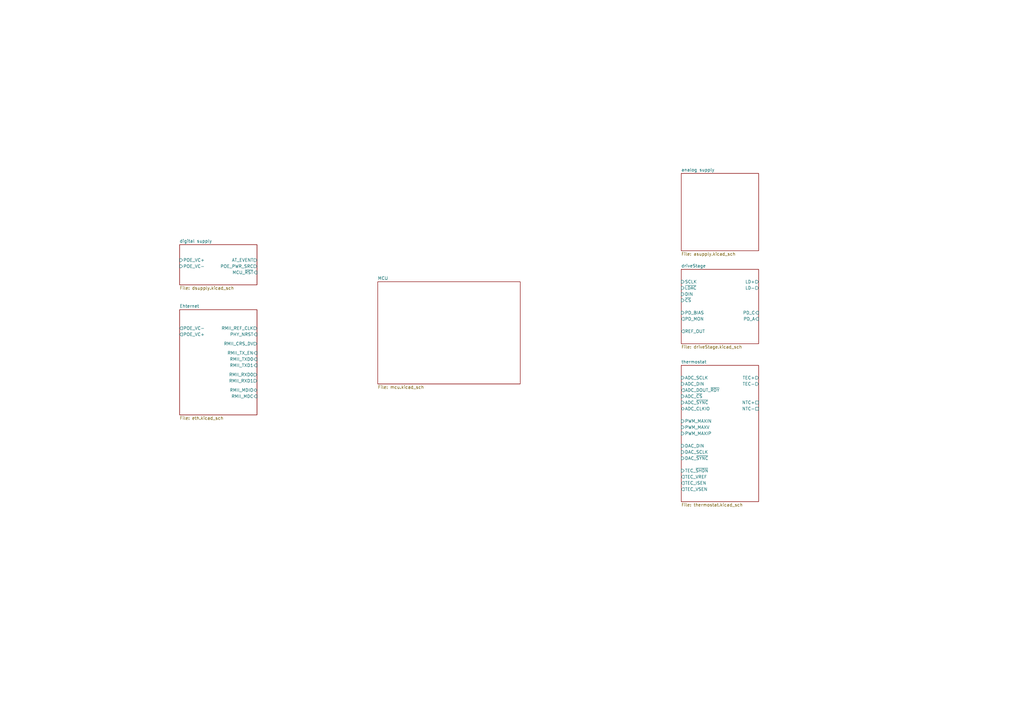
<source format=kicad_sch>
(kicad_sch (version 20211123) (generator eeschema)
  (paper "A3")
  (lib_symbols)
  (sheet (at 73.66 127) (size 31.75 43.18) (stroke (width 0.1524))
    (property "Sheet name" "Ehternet" (at 73.66 126.2884 0) (effects (justify left bottom)))
    (property "Sheet file" "eth.kicad_sch" (at 73.66 170.7646 0) (effects (justify left top)))
    (pin "RMII_REF_CLK" output (at 105.41 134.62 0))
    (pin "RMII_MDIO" bidirectional (at 105.41 160.02 0))
    (pin "PHY_NRST" input (at 105.41 137.16 0))
    (pin "RMII_MDC" input (at 105.41 162.56 0))
    (pin "RMII_CRS_DV" output (at 105.41 140.97 0))
    (pin "RMII_TX_EN" input (at 105.41 144.78 0))
    (pin "RMII_TXD0" input (at 105.41 147.32 0))
    (pin "RMII_TXD1" input (at 105.41 149.86 0))
    (pin "RMII_RXD0" output (at 105.41 153.67 0))
    (pin "RMII_RXD1" output (at 105.41 156.21 0))
    (pin "POE_VC-" output (at 73.66 134.62 180))
    (pin "POE_VC+" output (at 73.66 137.16 180))
  )
  (sheet (at 279.4 110.49) (size 31.75 30.48) (stroke (width 0.1524))
    (property "Sheet name" "driveStage" (at 279.4 109.7784 0) (effects (justify left bottom)))
    (property "Sheet file" "driveStage.kicad_sch" (at 279.4 141.5546 0) (effects (justify left top)))
    (pin "LD-" output (at 311.15 118.11 0))
    (pin "LD+" output (at 311.15 115.57 0))
    (pin "REF_OUT" output (at 279.4 135.89 180))
    (pin "SCLK" input (at 279.4 115.57 180))
    (pin "DIN" input (at 279.4 120.65 180))
    (pin "~{LDAC}" input (at 279.4 118.11 180))
    (pin "~{CS}" input (at 279.4 123.19 180))
    (pin "PD_A" input (at 311.15 130.81 0))
    (pin "PD_C" input (at 311.15 128.27 0))
    (pin "PD_BIAS" input (at 279.4 128.27 180))
    (pin "PD_MON" output (at 279.4 130.81 180))
  )
  (sheet (at 73.66 100.33) (size 31.75 16.51) (stroke (width 0.1524))
    (property "Sheet name" "digital supply" (at 73.66 99.6184 0) (effects (justify left bottom)))
    (property "Sheet file" "dsupply.kicad_sch" (at 73.66 117.4246 0) (effects (justify left top)))
    (pin "POE_VC-" input (at 73.66 109.22 180))
    (pin "MCU_~{RST}" input (at 105.41 111.76 0))
    (pin "POE_VC+" input (at 73.66 106.68 180))
    (pin "POE_PWR_SRC" output (at 105.41 109.22 0))
    (pin "AT_EVENT" output (at 105.41 106.68 0))
  )
  (sheet (at 279.4 149.86) (size 31.75 55.88) (stroke (width 0.1524))
    (property "Sheet name" "thermostat" (at 279.4 149.1484 0) (effects (justify left bottom)))
    (property "Sheet file" "thermostat.kicad_sch" (at 279.4 206.3246 0) (effects (justify left top)))
    (pin "TEC-" output (at 311.15 157.48 0))
    (pin "TEC+" output (at 311.15 154.94 0))
    (pin "NTC-" passive (at 311.15 167.64 0))
    (pin "NTC+" passive (at 311.15 165.1 0))
    (pin "DAC_~{SYNC}" input (at 279.4 187.96 180))
    (pin "DAC_SCLK" input (at 279.4 185.42 180))
    (pin "DAC_DIN" input (at 279.4 182.88 180))
    (pin "PWM_MAXV" input (at 279.4 175.26 180))
    (pin "ADC_SCLK" input (at 279.4 154.94 180))
    (pin "ADC_DIN" input (at 279.4 157.48 180))
    (pin "ADC_DOUT_~{RDY}" output (at 279.4 160.02 180))
    (pin "ADC_~{CS}" input (at 279.4 162.56 180))
    (pin "ADC_~{SYNC}" input (at 279.4 165.1 180))
    (pin "ADC_CLKIO" bidirectional (at 279.4 167.64 180))
    (pin "PWM_MAXIN" input (at 279.4 172.72 180))
    (pin "PWM_MAXIP" input (at 279.4 177.8 180))
    (pin "TEC_~{SHDN}" input (at 279.4 193.04 180))
    (pin "TEC_ISEN" output (at 279.4 198.12 180))
    (pin "TEC_VREF" output (at 279.4 195.58 180))
    (pin "TEC_VSEN" output (at 279.4 200.66 180))
  )
  (sheet (at 279.4 71.12) (size 31.75 31.75) (stroke (width 0.1524))
    (property "Sheet name" "analog supply" (at 279.4 70.4084 0) (effects (justify left bottom)))
    (property "Sheet file" "asupply.kicad_sch" (at 279.4 103.4546 0) (effects (justify left top)))
  )
  (sheet (at 154.94 115.57) (size 58.42 41.91) (stroke (width 0.1524))
    (property "Sheet name" "MCU" (at 154.94 114.8584 0) (effects (justify left bottom)))
    (property "Sheet file" "mcu.kicad_sch" (at 154.94 158.0646 0) (effects (justify left top)))
  )
)
</source>
